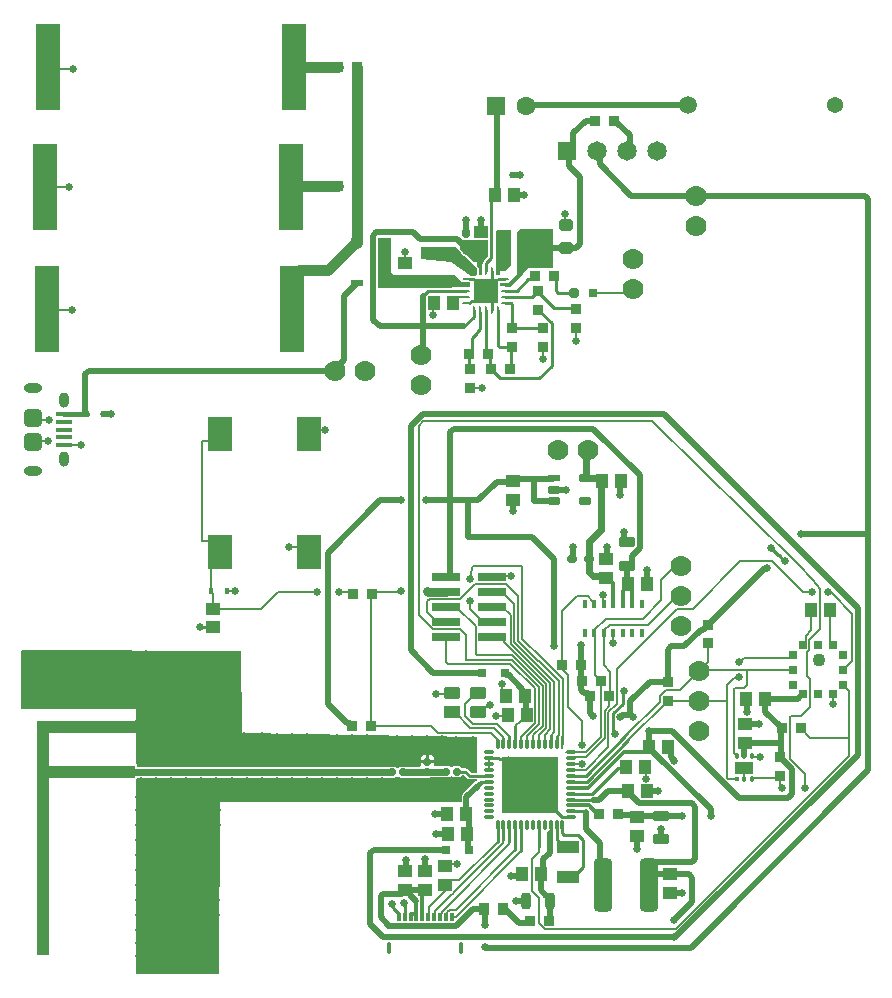
<source format=gtl>
G04*
G04 #@! TF.GenerationSoftware,Altium Limited,Altium Designer,23.1.1 (15)*
G04*
G04 Layer_Physical_Order=1*
G04 Layer_Color=255*
%FSLAX44Y44*%
%MOMM*%
G71*
G04*
G04 #@! TF.SameCoordinates,8BC828A1-C8E0-4588-AEB6-AA5E87443106*
G04*
G04*
G04 #@! TF.FilePolarity,Positive*
G04*
G01*
G75*
%ADD10C,0.1524*%
%ADD12C,0.2540*%
%ADD15C,0.2032*%
G04:AMPARAMS|DCode=28|XSize=0.76mm|YSize=2.4mm|CornerRadius=0.19mm|HoleSize=0mm|Usage=FLASHONLY|Rotation=270.000|XOffset=0mm|YOffset=0mm|HoleType=Round|Shape=RoundedRectangle|*
%AMROUNDEDRECTD28*
21,1,0.7600,2.0200,0,0,270.0*
21,1,0.3800,2.4000,0,0,270.0*
1,1,0.3800,-1.0100,-0.1900*
1,1,0.3800,-1.0100,0.1900*
1,1,0.3800,1.0100,0.1900*
1,1,0.3800,1.0100,-0.1900*
%
%ADD28ROUNDEDRECTD28*%
%ADD29R,2.4000X0.7600*%
%ADD30R,0.6500X0.7000*%
%ADD31R,1.4000X1.1000*%
G04:AMPARAMS|DCode=32|XSize=1.4mm|YSize=1.1mm|CornerRadius=0.275mm|HoleSize=0mm|Usage=FLASHONLY|Rotation=0.000|XOffset=0mm|YOffset=0mm|HoleType=Round|Shape=RoundedRectangle|*
%AMROUNDEDRECTD32*
21,1,1.4000,0.5500,0,0,0.0*
21,1,0.8500,1.1000,0,0,0.0*
1,1,0.5500,0.4250,-0.2750*
1,1,0.5500,-0.4250,-0.2750*
1,1,0.5500,-0.4250,0.2750*
1,1,0.5500,0.4250,0.2750*
%
%ADD32ROUNDEDRECTD32*%
%ADD33R,0.6000X0.2400*%
G04:AMPARAMS|DCode=34|XSize=0.24mm|YSize=0.6mm|CornerRadius=0.06mm|HoleSize=0mm|Usage=FLASHONLY|Rotation=90.000|XOffset=0mm|YOffset=0mm|HoleType=Round|Shape=RoundedRectangle|*
%AMROUNDEDRECTD34*
21,1,0.2400,0.4800,0,0,90.0*
21,1,0.1200,0.6000,0,0,90.0*
1,1,0.1200,0.2400,0.0600*
1,1,0.1200,0.2400,-0.0600*
1,1,0.1200,-0.2400,-0.0600*
1,1,0.1200,-0.2400,0.0600*
%
%ADD34ROUNDEDRECTD34*%
G04:AMPARAMS|DCode=35|XSize=0.24mm|YSize=0.6mm|CornerRadius=0.06mm|HoleSize=0mm|Usage=FLASHONLY|Rotation=0.000|XOffset=0mm|YOffset=0mm|HoleType=Round|Shape=RoundedRectangle|*
%AMROUNDEDRECTD35*
21,1,0.2400,0.4800,0,0,0.0*
21,1,0.1200,0.6000,0,0,0.0*
1,1,0.1200,0.0600,-0.2400*
1,1,0.1200,-0.0600,-0.2400*
1,1,0.1200,-0.0600,0.2400*
1,1,0.1200,0.0600,0.2400*
%
%ADD35ROUNDEDRECTD35*%
G04:AMPARAMS|DCode=36|XSize=3.2mm|YSize=1mm|CornerRadius=0.25mm|HoleSize=0mm|Usage=FLASHONLY|Rotation=90.000|XOffset=0mm|YOffset=0mm|HoleType=Round|Shape=RoundedRectangle|*
%AMROUNDEDRECTD36*
21,1,3.2000,0.5000,0,0,90.0*
21,1,2.7000,1.0000,0,0,90.0*
1,1,0.5000,0.2500,1.3500*
1,1,0.5000,0.2500,-1.3500*
1,1,0.5000,-0.2500,-1.3500*
1,1,0.5000,-0.2500,1.3500*
%
%ADD36ROUNDEDRECTD36*%
%ADD37R,1.2000X1.0000*%
G04:AMPARAMS|DCode=38|XSize=0.6mm|YSize=0.8mm|CornerRadius=0.15mm|HoleSize=0mm|Usage=FLASHONLY|Rotation=180.000|XOffset=0mm|YOffset=0mm|HoleType=Round|Shape=RoundedRectangle|*
%AMROUNDEDRECTD38*
21,1,0.6000,0.5000,0,0,180.0*
21,1,0.3000,0.8000,0,0,180.0*
1,1,0.3000,-0.1500,0.2500*
1,1,0.3000,0.1500,0.2500*
1,1,0.3000,0.1500,-0.2500*
1,1,0.3000,-0.1500,-0.2500*
%
%ADD38ROUNDEDRECTD38*%
%ADD39R,1.0000X1.2000*%
G04:AMPARAMS|DCode=40|XSize=2.7mm|YSize=1mm|CornerRadius=0.25mm|HoleSize=0mm|Usage=FLASHONLY|Rotation=180.000|XOffset=0mm|YOffset=0mm|HoleType=Round|Shape=RoundedRectangle|*
%AMROUNDEDRECTD40*
21,1,2.7000,0.5000,0,0,180.0*
21,1,2.2000,1.0000,0,0,180.0*
1,1,0.5000,-1.1000,0.2500*
1,1,0.5000,1.1000,0.2500*
1,1,0.5000,1.1000,-0.2500*
1,1,0.5000,-1.1000,-0.2500*
%
%ADD40ROUNDEDRECTD40*%
G04:AMPARAMS|DCode=41|XSize=0.9mm|YSize=0.9mm|CornerRadius=0.225mm|HoleSize=0mm|Usage=FLASHONLY|Rotation=0.000|XOffset=0mm|YOffset=0mm|HoleType=Round|Shape=RoundedRectangle|*
%AMROUNDEDRECTD41*
21,1,0.9000,0.4500,0,0,0.0*
21,1,0.4500,0.9000,0,0,0.0*
1,1,0.4500,0.2250,-0.2250*
1,1,0.4500,-0.2250,-0.2250*
1,1,0.4500,-0.2250,0.2250*
1,1,0.4500,0.2250,0.2250*
%
%ADD41ROUNDEDRECTD41*%
%ADD42R,0.4000X0.6000*%
%ADD43R,1.0500X0.5000*%
G04:AMPARAMS|DCode=44|XSize=0.9mm|YSize=0.9mm|CornerRadius=0.225mm|HoleSize=0mm|Usage=FLASHONLY|Rotation=270.000|XOffset=0mm|YOffset=0mm|HoleType=Round|Shape=RoundedRectangle|*
%AMROUNDEDRECTD44*
21,1,0.9000,0.4500,0,0,270.0*
21,1,0.4500,0.9000,0,0,270.0*
1,1,0.4500,-0.2250,-0.2250*
1,1,0.4500,-0.2250,0.2250*
1,1,0.4500,0.2250,0.2250*
1,1,0.4500,0.2250,-0.2250*
%
%ADD44ROUNDEDRECTD44*%
G04:AMPARAMS|DCode=45|XSize=1.2mm|YSize=1mm|CornerRadius=0.25mm|HoleSize=0mm|Usage=FLASHONLY|Rotation=180.000|XOffset=0mm|YOffset=0mm|HoleType=Round|Shape=RoundedRectangle|*
%AMROUNDEDRECTD45*
21,1,1.2000,0.5000,0,0,180.0*
21,1,0.7000,1.0000,0,0,180.0*
1,1,0.5000,-0.3500,0.2500*
1,1,0.5000,0.3500,0.2500*
1,1,0.5000,0.3500,-0.2500*
1,1,0.5000,-0.3500,-0.2500*
%
%ADD45ROUNDEDRECTD45*%
G04:AMPARAMS|DCode=46|XSize=0.3mm|YSize=0.7mm|CornerRadius=0.075mm|HoleSize=0mm|Usage=FLASHONLY|Rotation=0.000|XOffset=0mm|YOffset=0mm|HoleType=Round|Shape=RoundedRectangle|*
%AMROUNDEDRECTD46*
21,1,0.3000,0.5500,0,0,0.0*
21,1,0.1500,0.7000,0,0,0.0*
1,1,0.1500,0.0750,-0.2750*
1,1,0.1500,-0.0750,-0.2750*
1,1,0.1500,-0.0750,0.2750*
1,1,0.1500,0.0750,0.2750*
%
%ADD46ROUNDEDRECTD46*%
G04:AMPARAMS|DCode=47|XSize=0.3mm|YSize=1mm|CornerRadius=0.075mm|HoleSize=0mm|Usage=FLASHONLY|Rotation=0.000|XOffset=0mm|YOffset=0mm|HoleType=Round|Shape=RoundedRectangle|*
%AMROUNDEDRECTD47*
21,1,0.3000,0.8500,0,0,0.0*
21,1,0.1500,1.0000,0,0,0.0*
1,1,0.1500,0.0750,-0.4250*
1,1,0.1500,-0.0750,-0.4250*
1,1,0.1500,-0.0750,0.4250*
1,1,0.1500,0.0750,0.4250*
%
%ADD47ROUNDEDRECTD47*%
G04:AMPARAMS|DCode=48|XSize=0.6mm|YSize=1.1mm|CornerRadius=0.15mm|HoleSize=0mm|Usage=FLASHONLY|Rotation=90.000|XOffset=0mm|YOffset=0mm|HoleType=Round|Shape=RoundedRectangle|*
%AMROUNDEDRECTD48*
21,1,0.6000,0.8000,0,0,90.0*
21,1,0.3000,1.1000,0,0,90.0*
1,1,0.3000,0.4000,0.1500*
1,1,0.3000,0.4000,-0.1500*
1,1,0.3000,-0.4000,-0.1500*
1,1,0.3000,-0.4000,0.1500*
%
%ADD48ROUNDEDRECTD48*%
%ADD49R,1.1000X0.6000*%
G04:AMPARAMS|DCode=50|XSize=1.4mm|YSize=0.8mm|CornerRadius=0.2mm|HoleSize=0mm|Usage=FLASHONLY|Rotation=270.000|XOffset=0mm|YOffset=0mm|HoleType=Round|Shape=RoundedRectangle|*
%AMROUNDEDRECTD50*
21,1,1.4000,0.4000,0,0,270.0*
21,1,1.0000,0.8000,0,0,270.0*
1,1,0.4000,-0.2000,-0.5000*
1,1,0.4000,-0.2000,0.5000*
1,1,0.4000,0.2000,0.5000*
1,1,0.4000,0.2000,-0.5000*
%
%ADD50ROUNDEDRECTD50*%
G04:AMPARAMS|DCode=51|XSize=0.35mm|YSize=0.75mm|CornerRadius=0.0875mm|HoleSize=0mm|Usage=FLASHONLY|Rotation=180.000|XOffset=0mm|YOffset=0mm|HoleType=Round|Shape=RoundedRectangle|*
%AMROUNDEDRECTD51*
21,1,0.3500,0.5750,0,0,180.0*
21,1,0.1750,0.7500,0,0,180.0*
1,1,0.1750,-0.0875,0.2875*
1,1,0.1750,0.0875,0.2875*
1,1,0.1750,0.0875,-0.2875*
1,1,0.1750,-0.0875,-0.2875*
%
%ADD51ROUNDEDRECTD51*%
%ADD52R,0.3500X0.7500*%
G04:AMPARAMS|DCode=53|XSize=1.4mm|YSize=0.8mm|CornerRadius=0.2mm|HoleSize=0mm|Usage=FLASHONLY|Rotation=180.000|XOffset=0mm|YOffset=0mm|HoleType=Round|Shape=RoundedRectangle|*
%AMROUNDEDRECTD53*
21,1,1.4000,0.4000,0,0,180.0*
21,1,1.0000,0.8000,0,0,180.0*
1,1,0.4000,-0.5000,0.2000*
1,1,0.4000,0.5000,0.2000*
1,1,0.4000,0.5000,-0.2000*
1,1,0.4000,-0.5000,-0.2000*
%
%ADD53ROUNDEDRECTD53*%
G04:AMPARAMS|DCode=54|XSize=0.8mm|YSize=0.8mm|CornerRadius=0.2mm|HoleSize=0mm|Usage=FLASHONLY|Rotation=270.000|XOffset=0mm|YOffset=0mm|HoleType=Round|Shape=RoundedRectangle|*
%AMROUNDEDRECTD54*
21,1,0.8000,0.4000,0,0,270.0*
21,1,0.4000,0.8000,0,0,270.0*
1,1,0.4000,-0.2000,-0.2000*
1,1,0.4000,-0.2000,0.2000*
1,1,0.4000,0.2000,0.2000*
1,1,0.4000,0.2000,-0.2000*
%
%ADD54ROUNDEDRECTD54*%
%ADD55R,0.8000X0.8000*%
%ADD56R,2.0000X3.0000*%
G04:AMPARAMS|DCode=57|XSize=0.3mm|YSize=0.45mm|CornerRadius=0.075mm|HoleSize=0mm|Usage=FLASHONLY|Rotation=180.000|XOffset=0mm|YOffset=0mm|HoleType=Round|Shape=RoundedRectangle|*
%AMROUNDEDRECTD57*
21,1,0.3000,0.3000,0,0,180.0*
21,1,0.1500,0.4500,0,0,180.0*
1,1,0.1500,-0.0750,0.1500*
1,1,0.1500,0.0750,0.1500*
1,1,0.1500,0.0750,-0.1500*
1,1,0.1500,-0.0750,-0.1500*
%
%ADD57ROUNDEDRECTD57*%
%ADD58R,0.3000X0.4500*%
G04:AMPARAMS|DCode=59|XSize=0.26mm|YSize=0.86mm|CornerRadius=0.065mm|HoleSize=0mm|Usage=FLASHONLY|Rotation=270.000|XOffset=0mm|YOffset=0mm|HoleType=Round|Shape=RoundedRectangle|*
%AMROUNDEDRECTD59*
21,1,0.2600,0.7300,0,0,270.0*
21,1,0.1300,0.8600,0,0,270.0*
1,1,0.1300,-0.3650,-0.0650*
1,1,0.1300,-0.3650,0.0650*
1,1,0.1300,0.3650,0.0650*
1,1,0.1300,0.3650,-0.0650*
%
%ADD59ROUNDEDRECTD59*%
G04:AMPARAMS|DCode=60|XSize=0.26mm|YSize=0.86mm|CornerRadius=0.065mm|HoleSize=0mm|Usage=FLASHONLY|Rotation=0.000|XOffset=0mm|YOffset=0mm|HoleType=Round|Shape=RoundedRectangle|*
%AMROUNDEDRECTD60*
21,1,0.2600,0.7300,0,0,0.0*
21,1,0.1300,0.8600,0,0,0.0*
1,1,0.1300,0.0650,-0.3650*
1,1,0.1300,-0.0650,-0.3650*
1,1,0.1300,-0.0650,0.3650*
1,1,0.1300,0.0650,0.3650*
%
%ADD60ROUNDEDRECTD60*%
%ADD61R,0.2600X0.8600*%
G04:AMPARAMS|DCode=62|XSize=4.5mm|YSize=1.6mm|CornerRadius=0.4mm|HoleSize=0mm|Usage=FLASHONLY|Rotation=90.000|XOffset=0mm|YOffset=0mm|HoleType=Round|Shape=RoundedRectangle|*
%AMROUNDEDRECTD62*
21,1,4.5000,0.8000,0,0,90.0*
21,1,3.7000,1.6000,0,0,90.0*
1,1,0.8000,0.4000,1.8500*
1,1,0.8000,0.4000,-1.8500*
1,1,0.8000,-0.4000,-1.8500*
1,1,0.8000,-0.4000,1.8500*
%
%ADD62ROUNDEDRECTD62*%
G04:AMPARAMS|DCode=63|XSize=1.5mm|YSize=1.55mm|CornerRadius=0.375mm|HoleSize=0mm|Usage=FLASHONLY|Rotation=270.000|XOffset=0mm|YOffset=0mm|HoleType=Round|Shape=RoundedRectangle|*
%AMROUNDEDRECTD63*
21,1,1.5000,0.8000,0,0,270.0*
21,1,0.7500,1.5500,0,0,270.0*
1,1,0.7500,-0.4000,-0.3750*
1,1,0.7500,-0.4000,0.3750*
1,1,0.7500,0.4000,0.3750*
1,1,0.7500,0.4000,-0.3750*
%
%ADD63ROUNDEDRECTD63*%
G04:AMPARAMS|DCode=64|XSize=0.4mm|YSize=1.35mm|CornerRadius=0.1mm|HoleSize=0mm|Usage=FLASHONLY|Rotation=270.000|XOffset=0mm|YOffset=0mm|HoleType=Round|Shape=RoundedRectangle|*
%AMROUNDEDRECTD64*
21,1,0.4000,1.1500,0,0,270.0*
21,1,0.2000,1.3500,0,0,270.0*
1,1,0.2000,-0.5750,-0.1000*
1,1,0.2000,-0.5750,0.1000*
1,1,0.2000,0.5750,0.1000*
1,1,0.2000,0.5750,-0.1000*
%
%ADD64ROUNDEDRECTD64*%
%ADD65R,1.9000X1.1000*%
%ADD66R,0.9500X1.0000*%
%ADD67R,0.7000X0.6500*%
%ADD68R,0.7000X0.6500*%
%ADD69R,2.0000X7.4000*%
G04:AMPARAMS|DCode=70|XSize=0.62mm|YSize=0.66mm|CornerRadius=0.155mm|HoleSize=0mm|Usage=FLASHONLY|Rotation=180.000|XOffset=0mm|YOffset=0mm|HoleType=Round|Shape=RoundedRectangle|*
%AMROUNDEDRECTD70*
21,1,0.6200,0.3500,0,0,180.0*
21,1,0.3100,0.6600,0,0,180.0*
1,1,0.3100,-0.1550,0.1750*
1,1,0.3100,0.1550,0.1750*
1,1,0.3100,0.1550,-0.1750*
1,1,0.3100,-0.1550,-0.1750*
%
%ADD70ROUNDEDRECTD70*%
G04:AMPARAMS|DCode=71|XSize=0.62mm|YSize=0.66mm|CornerRadius=0.155mm|HoleSize=0mm|Usage=FLASHONLY|Rotation=270.000|XOffset=0mm|YOffset=0mm|HoleType=Round|Shape=RoundedRectangle|*
%AMROUNDEDRECTD71*
21,1,0.6200,0.3500,0,0,270.0*
21,1,0.3100,0.6600,0,0,270.0*
1,1,0.3100,-0.1750,-0.1550*
1,1,0.3100,-0.1750,0.1550*
1,1,0.3100,0.1750,0.1550*
1,1,0.3100,0.1750,-0.1550*
%
%ADD71ROUNDEDRECTD71*%
G04:AMPARAMS|DCode=72|XSize=0.6mm|YSize=0.8mm|CornerRadius=0.15mm|HoleSize=0mm|Usage=FLASHONLY|Rotation=270.000|XOffset=0mm|YOffset=0mm|HoleType=Round|Shape=RoundedRectangle|*
%AMROUNDEDRECTD72*
21,1,0.6000,0.5000,0,0,270.0*
21,1,0.3000,0.8000,0,0,270.0*
1,1,0.3000,-0.2500,-0.1500*
1,1,0.3000,-0.2500,0.1500*
1,1,0.3000,0.2500,0.1500*
1,1,0.3000,0.2500,-0.1500*
%
%ADD72ROUNDEDRECTD72*%
%ADD131C,1.1000*%
%ADD132C,0.1524*%
%ADD133R,2.0500X2.0500*%
%ADD134R,1.6000X1.0000*%
%ADD135R,4.7000X4.7000*%
%ADD136R,8.3390X1.0160*%
%ADD137R,8.3388X1.0160*%
%ADD138R,0.9906X19.8628*%
%ADD139C,0.5080*%
%ADD140C,0.3000*%
%ADD141C,1.0160*%
%ADD142C,0.2600*%
%ADD143C,0.2400*%
%ADD144C,0.6000*%
%ADD145C,0.9000*%
%ADD146C,0.3500*%
%ADD147C,0.7600*%
%ADD148C,0.4000*%
%ADD149C,0.6200*%
%ADD150C,1.6500*%
%ADD151R,1.6500X1.6500*%
%ADD152C,1.3650*%
%ADD153C,1.5000*%
%ADD154C,1.7780*%
%ADD155R,1.6000X1.6000*%
%ADD156C,1.6000*%
%ADD157O,1.5500X0.8128*%
%ADD158O,0.8128X1.3000*%
%ADD159C,0.6350*%
%ADD160C,0.5000*%
G36*
X381696Y170032D02*
X381696Y170032D01*
X382620Y169415D01*
X383710Y169198D01*
X389890D01*
Y167619D01*
X388812Y167404D01*
X387468Y166506D01*
X378102Y157140D01*
X377204Y155796D01*
X376889Y154210D01*
Y149860D01*
X172708Y149860D01*
X171325Y4144D01*
X101092D01*
Y169140D01*
X102484D01*
Y170546D01*
X316456D01*
X316608Y170576D01*
X317828D01*
X317980Y170546D01*
X318180D01*
X318332Y170576D01*
X319930D01*
X321129Y170814D01*
X322146Y171494D01*
X323014D01*
X324031Y170814D01*
X325230Y170576D01*
X326995D01*
X327148Y170545D01*
X327412D01*
X328256Y170378D01*
X347640D01*
X348496Y170548D01*
X349530D01*
X350383Y170718D01*
X363364D01*
X365168Y171076D01*
X365179Y171084D01*
X365650D01*
X366849Y171322D01*
X367866Y172002D01*
X368734D01*
X369751Y171322D01*
X370950Y171084D01*
X374450D01*
X375649Y171322D01*
X376666Y172002D01*
X377199Y172799D01*
X378929D01*
X381696Y170032D01*
D02*
G37*
G36*
X394788Y166127D02*
X394460Y165790D01*
X393665Y164842D01*
X393462Y164548D01*
X393291Y164264D01*
X393150Y163991D01*
X393041Y163729D01*
X392962Y163478D01*
X392915Y163237D01*
X390060Y166093D01*
X390300Y166140D01*
X390551Y166219D01*
X390813Y166328D01*
X391086Y166469D01*
X391370Y166640D01*
X391664Y166843D01*
X392285Y167342D01*
X392612Y167638D01*
X392949Y167966D01*
X394788Y166127D01*
D02*
G37*
G36*
X340425Y64477D02*
X340375Y64275D01*
X340330Y63979D01*
X340259Y63102D01*
X340187Y60209D01*
X340184Y59249D01*
X337184D01*
X337181Y60209D01*
X336944Y64477D01*
X336887Y64584D01*
X340482D01*
X340425Y64477D01*
D02*
G37*
G36*
X404190Y114184D02*
X404537Y114532D01*
X405994Y116169D01*
X406012Y116229D01*
X407313Y114929D01*
X407253Y114910D01*
X407160Y114856D01*
X407035Y114764D01*
X406690Y114473D01*
X405616Y113453D01*
X405268Y113106D01*
X404190Y114184D01*
D02*
G37*
G36*
X411550Y115534D02*
X411548Y115748D01*
X411506Y116302D01*
X411481Y116457D01*
X411451Y116597D01*
X411414Y116723D01*
X411373Y116834D01*
X411326Y116930D01*
X411273Y117011D01*
X413352D01*
X413299Y116930D01*
X413252Y116834D01*
X413210Y116723D01*
X413174Y116597D01*
X413144Y116457D01*
X413119Y116302D01*
X413086Y115948D01*
X413074Y115534D01*
X411550D01*
D02*
G37*
G36*
X416550Y114296D02*
X416548Y114480D01*
X416506Y114965D01*
X416481Y115103D01*
X416451Y115229D01*
X416414Y115344D01*
X416373Y115447D01*
X416326Y115539D01*
X416273Y115619D01*
X418352D01*
X418299Y115539D01*
X418252Y115447D01*
X418211Y115344D01*
X418175Y115229D01*
X418144Y115103D01*
X418119Y114965D01*
X418086Y114654D01*
X418077Y114480D01*
X418074Y114296D01*
X416550D01*
D02*
G37*
G36*
X441550Y108459D02*
X441549Y108951D01*
X441423Y111138D01*
X441393Y111194D01*
X443232D01*
X443202Y111138D01*
X443176Y111034D01*
X443152Y110881D01*
X443114Y110431D01*
X443076Y108951D01*
X443074Y108459D01*
X441550D01*
D02*
G37*
G36*
X399385Y611862D02*
X395546Y608023D01*
X394944Y607122D01*
X394733Y606059D01*
Y605807D01*
X394208Y605282D01*
Y595884D01*
X392394D01*
X392175Y595997D01*
X391394Y596912D01*
Y599253D01*
X391376Y599297D01*
X391382Y599313D01*
Y601072D01*
X391367Y601109D01*
X391372Y601123D01*
Y602147D01*
X390889Y603314D01*
X390144Y604059D01*
Y606806D01*
X387397D01*
X380780Y613423D01*
X380037Y613731D01*
X379822Y613875D01*
X378964Y614045D01*
X378509Y614349D01*
X378205Y614804D01*
X378035Y615662D01*
X377891Y615877D01*
X377583Y616620D01*
X375920Y618283D01*
Y625602D01*
X399385D01*
Y611862D01*
D02*
G37*
G36*
X376417Y615453D02*
Y615340D01*
X376651Y614160D01*
X377320Y613160D01*
X378320Y612491D01*
X379500Y612257D01*
X379613D01*
X389723Y602147D01*
Y601123D01*
X389733Y601072D01*
Y599313D01*
X389744Y599253D01*
Y596912D01*
X389747Y596900D01*
X388847Y595630D01*
X384810D01*
X367792Y607060D01*
X342900Y609600D01*
Y619760D01*
X372110D01*
X376417Y615453D01*
D02*
G37*
G36*
X317500Y598170D02*
X319532Y596138D01*
X371466D01*
X372364Y595240D01*
Y594868D01*
X376486Y590746D01*
Y590089D01*
X377144D01*
X377190Y590042D01*
X382775D01*
X382810Y590035D01*
X384048D01*
Y586102D01*
X383410Y585578D01*
X381069D01*
X381010Y585590D01*
X348603D01*
X347541Y585378D01*
X347297Y585216D01*
X319532D01*
X305930D01*
Y626422D01*
X306070Y627634D01*
X317500D01*
Y598170D01*
D02*
G37*
G36*
X189929Y277523D02*
X191095Y208751D01*
X389890Y205408D01*
Y174895D01*
X384890D01*
X382123Y177662D01*
X381199Y178280D01*
X380109Y178497D01*
X380108Y178497D01*
X377350D01*
X377346Y178517D01*
X376666Y179534D01*
X375649Y180214D01*
X374450Y180452D01*
X370950D01*
X369751Y180214D01*
X368734Y179534D01*
X367866D01*
X366849Y180214D01*
X365650Y180452D01*
X363852D01*
X363700Y180483D01*
X363548Y180452D01*
X362150D01*
X360951Y180214D01*
X360850Y180147D01*
X354300D01*
X353488Y181417D01*
X353700Y182482D01*
Y182962D01*
X347980D01*
X342260D01*
Y182482D01*
X342539Y181077D01*
X341991Y179806D01*
X329422D01*
X328730Y179944D01*
X328240D01*
X328088Y179974D01*
X327148D01*
X326996Y179944D01*
X325230D01*
X324031Y179706D01*
X323014Y179026D01*
X322146D01*
X321129Y179706D01*
X319930Y179944D01*
X318332D01*
X318180Y179974D01*
X317980D01*
X317828Y179944D01*
X316608D01*
X316456Y179974D01*
X102484D01*
Y182348D01*
X101092D01*
Y228854D01*
X4144D01*
Y277830D01*
X5045Y278725D01*
X189929Y277523D01*
D02*
G37*
G36*
X520956Y204158D02*
X520609Y203810D01*
X519152Y202173D01*
X519134Y202113D01*
X517833Y203414D01*
X517893Y203432D01*
X517986Y203486D01*
X518111Y203578D01*
X518456Y203869D01*
X519530Y204889D01*
X519878Y205236D01*
X520956Y204158D01*
D02*
G37*
G36*
X518702Y207744D02*
X518355Y207395D01*
X516898Y205759D01*
X516880Y205699D01*
X515579Y206999D01*
X515639Y207018D01*
X515732Y207073D01*
X515857Y207164D01*
X516202Y207455D01*
X517276Y208475D01*
X517624Y208822D01*
X518702Y207744D01*
D02*
G37*
G36*
X419023Y604266D02*
X414705Y599948D01*
X409625D01*
Y596138D01*
X406225D01*
X405923Y633590D01*
X406817Y634492D01*
X419023D01*
X419023Y604266D01*
D02*
G37*
G36*
X454660Y602488D02*
X434086D01*
X418084Y586486D01*
X409448D01*
Y589534D01*
X416306D01*
X416920Y590148D01*
X417239Y590212D01*
X417941Y590681D01*
X418411Y591384D01*
X418474Y591702D01*
X423672Y596900D01*
X423672Y632714D01*
X425958Y635000D01*
X454660D01*
Y602488D01*
D02*
G37*
%LPC*%
G36*
X349530Y190152D02*
X349250D01*
Y185502D01*
X353700D01*
Y185982D01*
X353383Y187578D01*
X352479Y188931D01*
X351126Y189835D01*
X349530Y190152D01*
D02*
G37*
G36*
X346710D02*
X346430D01*
X344834Y189835D01*
X343481Y188931D01*
X342577Y187578D01*
X342260Y185982D01*
Y185502D01*
X346710D01*
Y190152D01*
D02*
G37*
%LPD*%
D10*
X704655Y188922D02*
G03*
X704658Y188925I-1075J1080D01*
G01*
X551560Y196850D02*
X555798Y192612D01*
X487806Y580898D02*
X513887D01*
X517203Y584213D01*
X521601D01*
X445476Y525057D02*
Y534179D01*
X446199Y534902D01*
X669662Y256258D02*
X671830Y254091D01*
X664464Y223012D02*
X671830Y230378D01*
Y254091D01*
X669662Y256258D02*
Y277202D01*
X461900Y266192D02*
Y311278D01*
X474726Y324104D01*
X464820Y639421D02*
Y647700D01*
Y639421D02*
X465591Y638650D01*
X383921Y500254D02*
X383983Y500317D01*
X394399D02*
X394462Y500380D01*
X383983Y500317D02*
X394399D01*
X436425Y74322D02*
Y101907D01*
X442313Y107795D02*
Y112113D01*
X436425Y101907D02*
X442313Y107795D01*
X366696Y83868D02*
X374952D01*
X407313Y116229D01*
X372096Y58660D02*
X422503Y109067D01*
X363684Y52874D02*
Y54874D01*
X364898Y56088D01*
Y56882D02*
X366677Y58660D01*
X372096D01*
X364898Y56088D02*
Y56882D01*
X371898Y52874D02*
X427313Y108288D01*
X368684Y52874D02*
X371898D01*
X447313Y198896D02*
Y207029D01*
X448610Y212637D02*
Y249721D01*
X447313Y207029D02*
X451658Y211374D01*
Y250984D01*
X442313Y206339D02*
X448610Y212637D01*
X442313Y198896D02*
Y206339D01*
X538253Y472186D02*
X661813Y351272D01*
X344279Y472186D02*
X538253D01*
X340614Y468521D02*
X344279Y472186D01*
X340614Y308134D02*
Y468521D01*
X373934Y577812D02*
X381010D01*
X369696Y573574D02*
X373934Y577812D01*
X369696Y572770D02*
Y573574D01*
X352658Y562610D02*
Y571732D01*
X353696Y572770D01*
X397510Y589313D02*
X399522D01*
X404010Y582812D02*
Y589313D01*
X397510Y588788D02*
X399259Y583378D01*
X400365Y579957D01*
X388735Y589313D02*
X397510D01*
Y576312D02*
X401544D01*
X403491Y341179D02*
X419919D01*
X411688Y223012D02*
Y225044D01*
X416048Y187688D02*
X428356Y177068D01*
X533780Y159305D02*
X534081Y159004D01*
X558328Y42675D02*
X558328D01*
X557683Y42030D02*
X558328Y42675D01*
X447300Y42030D02*
X557683D01*
X442016Y47314D02*
X447300Y42030D01*
X704658Y188925D02*
X705104Y189371D01*
X704655Y188922D02*
X704658Y188925D01*
X704608Y188875D02*
X704655Y188922D01*
X558328Y42675D02*
X558328Y42675D01*
X704608Y188875D01*
X705104Y189371D02*
Y204470D01*
X427600Y87630D02*
X427711Y87740D01*
X688120Y326619D02*
X690397D01*
X707644Y269728D02*
Y309372D01*
X687197Y327543D02*
X688120Y326619D01*
X690397D02*
X707644Y309372D01*
X699803Y261888D02*
X707644Y269728D01*
X655320Y222119D02*
X656213Y223012D01*
X655320Y186275D02*
Y222119D01*
X656213Y223012D02*
X664464D01*
X669662Y277202D02*
X671405Y278945D01*
Y286713D01*
X680720Y296027D01*
X414874Y334114D02*
X424942Y324045D01*
X388046Y334114D02*
X414874D01*
X375874Y321941D02*
X388046Y334114D01*
X349881Y321941D02*
X375874D01*
X340614Y308134D02*
X352734Y296014D01*
X375874D01*
X380238Y291649D01*
X661851Y351233D02*
X674005Y337685D01*
X661813Y351272D02*
X661851Y351233D01*
X380238Y270231D02*
Y291649D01*
X403040Y315327D02*
X411240D01*
X418592Y307976D01*
X419919Y341179D02*
X420370Y341630D01*
X364040Y268674D02*
Y289928D01*
X458978Y206957D02*
Y252605D01*
X442013Y269570D02*
X458978Y252605D01*
X424942Y286387D02*
Y324045D01*
Y286387D02*
X441759Y269570D01*
X442013D01*
X385510Y311957D02*
X394840Y302628D01*
X403040D01*
X364040Y315327D02*
X372240D01*
X388754Y298813D01*
X403040Y289928D02*
X410624D01*
X413158Y287394D01*
Y285173D02*
Y287394D01*
X403040Y328027D02*
X411113D01*
X421640Y317500D01*
X403040Y340728D02*
X403491Y341179D01*
X355840Y302628D02*
X364040D01*
X347980Y310487D02*
X355840Y302628D01*
X347980Y310487D02*
Y320040D01*
X349881Y321941D01*
X452313Y206124D02*
X455168Y208979D01*
Y251784D01*
X421640Y285312D02*
X455168Y251784D01*
X421640Y285312D02*
Y317500D01*
X413158Y285173D02*
X448610Y249721D01*
X437313Y198896D02*
Y206338D01*
X445562Y214587D01*
Y248459D01*
X419447Y274574D02*
X445562Y248459D01*
X389647Y274574D02*
X419447D01*
X388754Y275467D02*
X389647Y274574D01*
X388754Y275467D02*
Y298813D01*
X384302Y313165D02*
Y320548D01*
Y313165D02*
X385510Y311957D01*
Y311957D02*
Y311957D01*
X457313Y205292D02*
X458978Y206957D01*
X364040Y268674D02*
X365531Y267183D01*
X418217D01*
X439212Y246188D01*
Y216858D02*
Y246188D01*
X427313Y204958D02*
X439212Y216858D01*
X427313Y198896D02*
Y204958D01*
X447313Y198896D02*
X447313Y198896D01*
X418592Y284050D02*
X451658Y250984D01*
X418592Y284050D02*
Y307976D01*
X384300Y338398D02*
X385334Y348032D01*
X385804Y348502D01*
X546100Y338155D02*
X557957Y350012D01*
X546100Y320714D02*
Y338155D01*
X442514Y215849D02*
Y247196D01*
X432313Y205648D02*
X442514Y215849D01*
X419479Y270231D02*
X442514Y247196D01*
X445860Y270673D02*
X462513Y254020D01*
Y205780D02*
Y254020D01*
X386261Y216027D02*
X407281D01*
X381190Y221098D02*
X386261Y216027D01*
X381190Y221098D02*
Y221457D01*
X379730Y222917D02*
X381190Y221457D01*
X379730Y232688D02*
X388976Y241934D01*
X379730Y222917D02*
Y232688D01*
X383947Y212979D02*
X404241D01*
X350595Y214630D02*
X356878Y208348D01*
X401793D01*
X404241Y212979D02*
X412282Y204937D01*
X401793Y208348D02*
X407313Y202828D01*
X370992Y225934D02*
X383947Y212979D01*
X390476Y241934D02*
X391976D01*
X407281Y216027D02*
X417313Y205996D01*
X368096Y241554D02*
X368476Y241934D01*
X355600Y241554D02*
X368096D01*
X412282Y204177D02*
Y204937D01*
X388976Y241934D02*
X390476D01*
X369492Y225934D02*
X370992D01*
X368476D02*
X369492D01*
X398583Y230979D02*
X399957D01*
X397049Y229445D02*
X398583Y230979D01*
X393987Y229445D02*
X397049D01*
X390476Y225934D02*
X393987Y229445D01*
X359898Y56882D02*
X417313Y114296D01*
Y116399D01*
X359898Y56088D02*
Y56882D01*
X358684Y54874D02*
X359898Y56088D01*
X358684Y52874D02*
Y54874D01*
X469628Y187046D02*
X472163D01*
X473084Y187968D02*
X482108D01*
X472163Y187046D02*
X473084Y187968D01*
X481855Y177046D02*
X501015Y196206D01*
X469162Y177046D02*
X481855D01*
X478306Y182277D02*
X478536Y182507D01*
X482108Y187968D02*
X497967Y203827D01*
X469162Y182046D02*
X469393Y182277D01*
X478306D01*
X517834Y202114D02*
X551560Y235840D01*
X549859Y245054D02*
X555689D01*
X555745Y245110D01*
X561734D02*
X577481Y260858D01*
X544774Y239969D02*
X549859Y245054D01*
X555745Y245110D02*
X561734D01*
X544774Y234894D02*
Y239969D01*
X515580Y205700D02*
X544774Y234894D01*
X508508Y262890D02*
X559054Y313436D01*
X508508Y233275D02*
Y235847D01*
X508562Y235901D02*
Y244159D01*
X508508Y235847D02*
X508562Y235901D01*
X508508Y244213D02*
Y262890D01*
X501015Y225782D02*
X508508Y233275D01*
Y244213D02*
X508562Y244159D01*
X497412Y265604D02*
Y293319D01*
X502739Y240993D02*
Y260277D01*
X497412Y265604D02*
X502739Y260277D01*
X501015Y196206D02*
Y225782D01*
X494664Y234147D02*
X494919Y233892D01*
X497967Y203827D02*
Y227045D01*
X481875Y192046D02*
X494919Y205090D01*
Y233892D01*
X497967Y227045D02*
X501776Y230854D01*
X559054Y313436D02*
X572770D01*
X613029Y353695D02*
X639757D01*
X572770Y313436D02*
X613029Y353695D01*
X639757D02*
X665791Y327660D01*
X673354D01*
X501776Y230854D02*
Y240030D01*
X502739Y240993D01*
X465304Y192046D02*
X481875D01*
X461900Y266192D02*
X462839Y265253D01*
X585470Y268846D02*
Y284240D01*
X578511Y261888D02*
X585470Y268846D01*
X612140Y268365D02*
X612393D01*
X616128Y272100D01*
X578511Y261888D02*
X618364D01*
X616128Y272100D02*
X655065D01*
X601980Y248920D02*
X607841Y254781D01*
X601980Y235458D02*
Y248920D01*
X655065Y272100D02*
X657553Y274588D01*
X611258Y254781D02*
X611887Y255411D01*
X607841Y254781D02*
X611258D01*
X577481Y260858D02*
X578511Y261888D01*
X497412Y293319D02*
Y295319D01*
X328930Y608170D02*
Y615950D01*
X399522Y589313D02*
X402510Y592300D01*
X380238Y270231D02*
X419479D01*
X311100Y589788D02*
Y624840D01*
X393438Y632840D02*
X393693D01*
X393700Y632848D01*
X431292Y739140D02*
X431832Y739680D01*
X414010Y592812D02*
X415290D01*
X401544Y576312D02*
Y576312D01*
X400365Y579957D02*
X401544Y576312D01*
X404010Y589313D02*
X407510Y592812D01*
X397510Y582812D02*
Y588788D01*
X311100Y589788D02*
X328548D01*
X329310Y590550D01*
X356870D01*
X369405Y72344D02*
X370744Y73683D01*
X354041Y53231D02*
Y57263D01*
X369122Y72344D02*
X369405D01*
X370744Y73966D02*
X412313Y115534D01*
X354041Y57263D02*
X369122Y72344D01*
X353684Y52874D02*
X354041Y53231D01*
X412313Y115534D02*
Y117792D01*
X370744Y73683D02*
Y73966D01*
X411226Y243722D02*
X414910Y240037D01*
X411226Y243722D02*
Y249642D01*
X399957Y230979D02*
X401066Y229870D01*
X406400Y223012D02*
X411688D01*
Y225044D02*
X415926Y223805D01*
X473583Y551181D02*
X473710Y551308D01*
X473583Y540639D02*
Y551181D01*
X473456Y540512D02*
X473583Y540639D01*
X348684Y52874D02*
Y53128D01*
Y54906D01*
X348982Y55204D01*
Y60692D01*
X362898Y74608D01*
Y79444D01*
X362711Y79630D02*
X362898Y79444D01*
X557957Y350012D02*
X562356D01*
X530186Y304800D02*
X546100Y320714D01*
X498894Y304800D02*
X530186D01*
X489413Y295319D02*
X498894Y304800D01*
X489413Y293319D02*
Y295319D01*
X534797Y300101D02*
X559308Y324612D01*
X562356D01*
X502195Y300101D02*
X534797D01*
X497412Y295319D02*
X502195Y300101D01*
X385804Y348502D02*
X386806Y349504D01*
X364618Y97790D02*
X373380D01*
X362458Y95630D02*
X364618Y97790D01*
X362458Y79630D02*
X366696Y83868D01*
X511302Y420756D02*
X512190Y421644D01*
X345694Y91988D02*
X345862Y91820D01*
X494664Y234147D02*
Y252730D01*
X489498Y257134D02*
X493902Y252730D01*
X494664D01*
X489498Y257134D02*
Y293233D01*
X489413Y293319D02*
X489498Y293233D01*
X302870Y327753D02*
X324578D01*
X325501Y328676D01*
X431137Y66548D02*
X431667Y66017D01*
X646430Y165136D02*
X648335Y163231D01*
X646430Y165136D02*
Y172340D01*
X648335Y161925D02*
Y163231D01*
X667512Y161544D02*
Y174083D01*
X655320Y186275D02*
X667512Y174083D01*
X618364Y248616D02*
Y261888D01*
X657553D01*
X532510Y179347D02*
X532638Y179219D01*
Y169418D02*
Y179219D01*
X301370Y326253D02*
X302870Y327753D01*
X300100Y324982D02*
X301370Y326253D01*
X300100Y214630D02*
X350595D01*
X207028Y313710D02*
X221486Y328168D01*
X254254D01*
X427990Y288305D02*
Y348611D01*
X427097Y349504D02*
X427990Y348611D01*
X386806Y349504D02*
X427097D01*
X674041Y337645D02*
X680720Y330200D01*
Y296027D02*
Y330200D01*
X691134Y232664D02*
Y241032D01*
X691024Y241142D02*
X691134Y241032D01*
X432313Y198896D02*
Y205648D01*
X499118Y355980D02*
X500134D01*
X500380Y356227D01*
X514350Y372101D02*
X516747Y369704D01*
X431926Y222805D02*
Y223805D01*
X427688Y218567D02*
X431926Y222805D01*
X426942Y218567D02*
X427688D01*
X430910Y240037D02*
X432180Y238768D01*
X422313Y213937D02*
X426942Y218567D01*
X663862Y212725D02*
X672117Y204470D01*
X705104D02*
Y243887D01*
X672117Y204470D02*
X705104D01*
X442016Y47314D02*
Y68730D01*
X438251Y168531D02*
X438312Y168478D01*
X435092Y171256D02*
X438251Y168531D01*
X400462Y182046D02*
Y187046D01*
Y177046D02*
Y182046D01*
X489413Y317319D02*
Y319257D01*
X488433Y320237D02*
X489413Y319257D01*
X487616Y320237D02*
X488433D01*
X483749Y324104D02*
X487616Y320237D01*
X474726Y324104D02*
X483749D01*
X462839Y262077D02*
Y265253D01*
X478536Y198420D02*
Y218694D01*
X467078Y230152D02*
X478536Y218694D01*
X467078Y230152D02*
Y257838D01*
X462839Y262077D02*
X467078Y257838D01*
X178123Y328676D02*
X184912D01*
X177950Y328502D02*
X178123Y328676D01*
X505436Y284504D02*
X505460Y284480D01*
X505413Y293319D02*
X505436Y293295D01*
Y284504D02*
Y293295D01*
X157253Y370878D02*
Y455638D01*
Y370878D02*
X163255D01*
X157253Y455638D02*
X166586D01*
X164950Y327502D02*
Y354002D01*
Y327502D02*
X166370Y326082D01*
Y313710D02*
Y326082D01*
X164950Y354002D02*
X172493Y361545D01*
X163255Y370878D02*
X172493Y361640D01*
Y361545D02*
Y361640D01*
X166586Y455638D02*
X172493Y461545D01*
X275590Y327660D02*
X283962D01*
X285370Y326253D01*
X250767Y464820D02*
X261620D01*
X247493Y461545D02*
X250767Y464820D01*
X231140Y365760D02*
X243277D01*
X247493Y361545D01*
X300100Y214630D02*
Y324982D01*
X166370Y313710D02*
X207028D01*
X496991Y317740D02*
Y324699D01*
X577481Y235458D02*
X601980D01*
X551751Y235649D02*
X577290D01*
X577481Y235458D01*
X496991Y317740D02*
X497412Y317319D01*
X496570Y325120D02*
X496991Y324699D01*
X445622Y270673D02*
X445860D01*
X427990Y288305D02*
X445622Y270673D01*
X551560Y235840D02*
X551751Y235649D01*
X525057Y121540D02*
X525780Y120817D01*
X470520Y355600D02*
X471209Y356289D01*
X644698Y170608D02*
X646430Y172340D01*
X602873Y169120D02*
X609704D01*
X601980Y170013D02*
X602873Y169120D01*
X601980Y170013D02*
Y235458D01*
X699803Y249188D02*
X705104Y243887D01*
X699554Y249188D02*
X699803D01*
X436425Y74322D02*
X442016Y68730D01*
X699554Y261888D02*
X699803D01*
X629590Y188290D02*
X629920Y187960D01*
X622704Y188620D02*
X623034Y188290D01*
X629590D01*
X623442Y170608D02*
X644698D01*
X622704Y169120D02*
Y169870D01*
X623442Y170608D01*
X616204Y169120D02*
Y178870D01*
X607164Y191160D02*
Y245487D01*
Y191160D02*
X609704Y188620D01*
X616128Y246380D02*
X618364Y248616D01*
X608057Y246380D02*
X616128D01*
X607164Y245487D02*
X608057Y246380D01*
X617094Y215883D02*
X617111Y215900D01*
X618110Y237490D02*
X618490Y237110D01*
X668357Y285630D02*
Y290818D01*
X665870Y283142D02*
X668357Y285630D01*
X665620Y283142D02*
X665870D01*
X668357Y290818D02*
X672720Y295180D01*
Y312550D01*
X688720Y285446D02*
Y312550D01*
Y285446D02*
X691024Y283142D01*
X434813Y164546D02*
Y170612D01*
X428356Y177068D02*
X434813Y170612D01*
X412282Y198926D02*
X412313Y198896D01*
X546100Y118222D02*
X546100Y118222D01*
X59266Y213594D02*
X62079Y216408D01*
X25680Y567690D02*
X26950Y566420D01*
X46990D01*
X24270Y670560D02*
X44450D01*
X28080Y770890D02*
X48260D01*
X232270Y670560D02*
X233540Y671830D01*
X26810Y772160D02*
X28080Y770890D01*
X13640Y455120D02*
X14450Y455930D01*
X26670D01*
X13640Y475120D02*
X15050Y473710D01*
X27940D01*
X40640Y452120D02*
X54610D01*
D12*
X318483Y60075D02*
Y63025D01*
X323684Y52874D02*
Y54874D01*
X317754Y63754D02*
X318483Y63025D01*
Y60075D02*
X323684Y54874D01*
X505333Y225071D02*
X513294Y233032D01*
Y243111D01*
X506984Y207772D02*
Y208803D01*
X505333Y210454D02*
X506984Y208803D01*
X505333Y210454D02*
Y225071D01*
X513294Y243111D02*
X514023Y243840D01*
X328684Y52874D02*
Y63746D01*
X328168Y64262D02*
X328684Y63746D01*
X328977Y91325D02*
X329739D01*
X330200Y91786D01*
X364610Y139700D02*
X364872Y139438D01*
X365126Y123190D02*
X365380Y122936D01*
X380109Y175648D02*
X383710Y172046D01*
X400462D01*
X372820Y175648D02*
X380109D01*
X363732Y175600D02*
X363900Y175768D01*
D15*
X455563Y143296D02*
X456063D01*
D28*
X403040Y289928D02*
D03*
X364040D02*
D03*
X403040Y302628D02*
D03*
X364040D02*
D03*
X403040Y315327D02*
D03*
X364040D02*
D03*
X403040Y328027D02*
D03*
X364040D02*
D03*
X403040Y340728D02*
D03*
D29*
X364040D02*
D03*
D30*
X394020Y258857D02*
D03*
X414020D02*
D03*
X363380Y109220D02*
D03*
X383380D02*
D03*
D31*
X368476Y225934D02*
D03*
D32*
X390476D02*
D03*
Y241934D02*
D03*
X368476D02*
D03*
D33*
X381010Y592812D02*
D03*
D34*
Y587812D02*
D03*
Y582812D02*
D03*
Y577812D02*
D03*
Y572812D02*
D03*
X414010D02*
D03*
Y577812D02*
D03*
Y582812D02*
D03*
Y587812D02*
D03*
Y592812D02*
D03*
D35*
X387510Y566312D02*
D03*
X392510D02*
D03*
X397510D02*
D03*
X402510D02*
D03*
X407510D02*
D03*
Y599313D02*
D03*
X402510D02*
D03*
X397510D02*
D03*
X392510D02*
D03*
X387510D02*
D03*
D36*
X435223Y618490D02*
D03*
X413223D02*
D03*
D37*
X393438Y632840D02*
D03*
Y616840D02*
D03*
X328930Y606170D02*
D03*
Y590170D02*
D03*
X362458Y95630D02*
D03*
Y79630D02*
D03*
X345862Y91820D02*
D03*
Y75820D02*
D03*
X328977Y91325D02*
D03*
Y75325D02*
D03*
X499118Y355980D02*
D03*
Y339980D02*
D03*
X420370Y406020D02*
D03*
Y422020D02*
D03*
X166370Y297710D02*
D03*
Y313710D02*
D03*
X553236Y88781D02*
D03*
Y72782D02*
D03*
X617094Y199883D02*
D03*
Y215883D02*
D03*
X525057Y137540D02*
D03*
Y121540D02*
D03*
D38*
X381000Y617840D02*
D03*
Y631840D02*
D03*
D39*
X353696Y572770D02*
D03*
X369696D02*
D03*
X421004Y664210D02*
D03*
X405004D02*
D03*
X512190Y421644D02*
D03*
X496190D02*
D03*
X414910Y240037D02*
D03*
X430910D02*
D03*
X415926Y223805D02*
D03*
X431926D02*
D03*
X365380Y122936D02*
D03*
X381380D02*
D03*
X533780Y334264D02*
D03*
X517780D02*
D03*
X688720Y312550D02*
D03*
X672720D02*
D03*
X634110Y237490D02*
D03*
X618110D02*
D03*
X380872Y139438D02*
D03*
X364872D02*
D03*
X443711Y88740D02*
D03*
X427711D02*
D03*
X517780Y159305D02*
D03*
X533780D02*
D03*
X516510Y179347D02*
D03*
X532510D02*
D03*
X535560Y196850D02*
D03*
X551560D02*
D03*
D40*
X356870Y614550D02*
D03*
Y590550D02*
D03*
D41*
X419862Y535537D02*
D03*
Y551538D02*
D03*
X383921Y516254D02*
D03*
Y500254D02*
D03*
X446199Y550901D02*
D03*
Y534902D02*
D03*
X441960Y566802D02*
D03*
Y582802D02*
D03*
X473710Y567308D02*
D03*
Y551308D02*
D03*
X585470Y300240D02*
D03*
Y284240D02*
D03*
X646430Y172340D02*
D03*
Y188340D02*
D03*
X551560Y235840D02*
D03*
Y251840D02*
D03*
D42*
X419758Y680466D02*
D03*
X406758D02*
D03*
X177950Y328502D02*
D03*
X164950D02*
D03*
X73048Y478536D02*
D03*
X60048D02*
D03*
D43*
X311100Y624840D02*
D03*
X288340D02*
D03*
X311100Y589788D02*
D03*
X288340D02*
D03*
D44*
X401981Y516382D02*
D03*
X417980D02*
D03*
X506220Y726808D02*
D03*
X490220D02*
D03*
X399160Y529590D02*
D03*
X383160D02*
D03*
X451230Y49269D02*
D03*
X435230D02*
D03*
X477900Y266192D02*
D03*
X461900D02*
D03*
X485776Y240030D02*
D03*
X501776D02*
D03*
X478664Y252730D02*
D03*
X494664D02*
D03*
X455040Y595019D02*
D03*
X439040D02*
D03*
X272670Y671830D02*
D03*
X288670D02*
D03*
X285370Y326253D02*
D03*
X301370D02*
D03*
X509055Y139700D02*
D03*
X493055D02*
D03*
X663862Y212725D02*
D03*
X647862D02*
D03*
X288162Y772160D02*
D03*
X272162D02*
D03*
X300100Y214630D02*
D03*
X284100D02*
D03*
D45*
X465591Y618650D02*
D03*
Y638650D02*
D03*
D46*
X323684Y52874D02*
D03*
X328684D02*
D03*
X333684D02*
D03*
X338684D02*
D03*
X343684D02*
D03*
X348684D02*
D03*
X353684D02*
D03*
X368684D02*
D03*
X358684D02*
D03*
X363684D02*
D03*
D47*
X376584Y26374D02*
D03*
X315784D02*
D03*
D48*
X480970Y423947D02*
D03*
Y404947D02*
D03*
X454970D02*
D03*
Y414447D02*
D03*
D49*
Y423947D02*
D03*
D50*
X431667Y66017D02*
D03*
X451667D02*
D03*
D51*
X529413Y317319D02*
D03*
X521413D02*
D03*
X513413D02*
D03*
X505413D02*
D03*
X497412D02*
D03*
X489413D02*
D03*
X481413D02*
D03*
X529413Y293319D02*
D03*
X521413D02*
D03*
X513413D02*
D03*
X505413D02*
D03*
X497412D02*
D03*
X489413D02*
D03*
D52*
X481413D02*
D03*
D53*
X516747Y369704D02*
D03*
Y349704D02*
D03*
X546100Y138222D02*
D03*
Y118222D02*
D03*
D54*
X471806Y580898D02*
D03*
D55*
X487806D02*
D03*
D56*
X172493Y461545D02*
D03*
Y361545D02*
D03*
X247493D02*
D03*
Y461545D02*
D03*
D57*
X622704Y188620D02*
D03*
X616204D02*
D03*
X609704D02*
D03*
X622704Y169120D02*
D03*
X616204D02*
D03*
D58*
X609704D02*
D03*
D59*
X469162Y192046D02*
D03*
Y187046D02*
D03*
Y182046D02*
D03*
Y177046D02*
D03*
Y172046D02*
D03*
Y167046D02*
D03*
Y162046D02*
D03*
Y157046D02*
D03*
Y152046D02*
D03*
Y147046D02*
D03*
Y142046D02*
D03*
Y137046D02*
D03*
X400462D02*
D03*
Y142046D02*
D03*
Y147046D02*
D03*
Y152046D02*
D03*
Y157046D02*
D03*
Y162046D02*
D03*
Y167046D02*
D03*
Y172046D02*
D03*
Y177046D02*
D03*
Y182046D02*
D03*
Y187046D02*
D03*
Y192046D02*
D03*
D60*
X462313Y130196D02*
D03*
X457313D02*
D03*
X452313D02*
D03*
X447313D02*
D03*
X442313D02*
D03*
X437313D02*
D03*
X432313D02*
D03*
X427313D02*
D03*
X422313D02*
D03*
X417313D02*
D03*
X412313D02*
D03*
X407313D02*
D03*
Y198896D02*
D03*
X412313D02*
D03*
X417313D02*
D03*
X422313D02*
D03*
X427313D02*
D03*
X432313D02*
D03*
X437313D02*
D03*
X442313D02*
D03*
X447313D02*
D03*
X452313D02*
D03*
X457313D02*
D03*
D61*
X462313D02*
D03*
D62*
X496623Y79873D02*
D03*
X535623D02*
D03*
D63*
X13640Y455120D02*
D03*
Y475120D02*
D03*
D64*
X40640Y452120D02*
D03*
Y458620D02*
D03*
Y465120D02*
D03*
Y471620D02*
D03*
Y478120D02*
D03*
D65*
X467360Y111560D02*
D03*
Y86560D02*
D03*
D66*
X411575Y59690D02*
D03*
X395575D02*
D03*
D67*
X699554Y261888D02*
D03*
Y274588D02*
D03*
Y249188D02*
D03*
X657553Y261888D02*
D03*
Y274588D02*
D03*
Y249185D02*
D03*
D68*
X691024Y283142D02*
D03*
X665620D02*
D03*
X678319D02*
D03*
X691024Y241142D02*
D03*
X665620D02*
D03*
X678319D02*
D03*
D69*
X233680Y567690D02*
D03*
X25680D02*
D03*
X232270Y670560D02*
D03*
X24270D02*
D03*
X234810Y772160D02*
D03*
X26810D02*
D03*
D70*
X347980Y184232D02*
D03*
Y175432D02*
D03*
D71*
X363900Y175768D02*
D03*
X372700D02*
D03*
X318180Y175260D02*
D03*
X326980D02*
D03*
D72*
X484520Y355600D02*
D03*
X470520D02*
D03*
D131*
X679227Y270016D02*
D03*
D132*
X704655Y188922D02*
D03*
D133*
X397510Y582812D02*
D03*
D134*
X616204Y178870D02*
D03*
D135*
X434813Y164546D02*
D03*
D136*
X59266Y213594D02*
D03*
D137*
Y175744D02*
D03*
D138*
X22565Y119365D02*
D03*
D139*
X382270Y405258D02*
X391032D01*
X367294D02*
X382270D01*
Y374650D02*
Y405258D01*
X585597Y300112D02*
X595860Y310376D01*
X647146Y213315D02*
X647209Y213378D01*
X647146Y201185D02*
Y213315D01*
X546100Y138222D02*
X563880D01*
X326477Y71824D02*
X329977Y75325D01*
X382270Y374650D02*
X436880D01*
X370270Y466090D02*
X488220D01*
X367294Y463114D02*
X370270Y466090D01*
X367294Y405258D02*
Y463114D01*
X347091Y405258D02*
X367294D01*
X406750Y420976D02*
X419326D01*
X391032Y405258D02*
X406750Y420976D01*
X419326D02*
X420370Y422020D01*
Y396240D02*
Y406020D01*
X438150Y423290D02*
Y423487D01*
Y405130D02*
Y423290D01*
X421640D02*
X438150D01*
X441126Y404947D02*
X454970D01*
X438150Y405130D02*
X440023D01*
X367294Y341987D02*
Y405258D01*
X482600Y127000D02*
X494030Y115570D01*
X482600Y127000D02*
Y141482D01*
X554020Y187971D02*
Y194390D01*
X556879Y184769D02*
Y185112D01*
X551560Y196850D02*
X554020Y194390D01*
Y187971D02*
X556879Y185112D01*
X508180Y724848D02*
X508683D01*
X519075Y703477D02*
Y714456D01*
X506220Y726808D02*
X508180Y724848D01*
X508683D02*
X519075Y714456D01*
X721087Y376931D02*
Y660111D01*
X718112Y663087D02*
X721087Y660111D01*
X575181Y663087D02*
X718112D01*
X520700Y662940D02*
X575033D01*
X575181Y663087D01*
X493675Y689965D02*
X520700Y662940D01*
X493675Y689965D02*
Y699107D01*
X491490Y701292D02*
X493675Y699107D01*
X519684Y235204D02*
X536320Y251840D01*
X519684Y224282D02*
Y235204D01*
X536320Y251840D02*
X551560D01*
X634110Y237490D02*
X661718D01*
X665369Y241142D01*
X665620D01*
X647209Y213378D02*
X647862Y212725D01*
X634110Y226477D02*
X647209Y213378D01*
X634110Y226477D02*
Y237490D01*
X307594Y405384D02*
X325374D01*
X263398Y361188D02*
X307594Y405384D01*
X366034Y340728D02*
X367294Y341987D01*
X364040Y340728D02*
X366034D01*
X436880Y374650D02*
X455423Y356107D01*
Y281940D02*
Y356107D01*
X466165Y619225D02*
X474151D01*
X465591Y618650D02*
X466165Y619225D01*
X467599Y688398D02*
Y702801D01*
Y688398D02*
X477127Y678869D01*
Y622201D02*
Y678869D01*
X474151Y619225D02*
X477127Y622201D01*
X435383Y618650D02*
X465591D01*
X381032Y139438D02*
Y154210D01*
X390398Y163576D01*
X395168Y59283D02*
X395575Y59690D01*
X386181Y59283D02*
X395168D01*
X314699Y45212D02*
X372110D01*
X386181Y59283D01*
X329980Y75566D02*
X345608D01*
X333756Y468488D02*
X343804Y478536D01*
X547878D02*
X712470Y313944D01*
X343804Y478536D02*
X547878D01*
X533717Y334327D02*
X533780Y334264D01*
X533717Y334327D02*
Y346139D01*
X533654Y346202D02*
X533717Y346139D01*
X517263Y334781D02*
X517780Y334264D01*
X517263Y334781D02*
Y349188D01*
X464558Y414447D02*
X465152Y413852D01*
X465496D01*
X454970Y414447D02*
X464558D01*
X534081Y159004D02*
X543560D01*
X557022Y50292D02*
X572008Y65278D01*
Y85806D01*
X299466Y46990D02*
X310388Y36068D01*
X556514D01*
X712470Y189992D02*
Y313944D01*
X559634Y37156D02*
X706654Y184096D01*
X709930Y187372D01*
X712470Y189992D01*
X558537Y36774D02*
X559634Y37156D01*
X556514Y36068D02*
X558537Y36774D01*
X418338Y87630D02*
X427600D01*
X467599Y702801D02*
X471170Y706372D01*
X516890Y701292D02*
X519075Y703477D01*
X471170Y706372D02*
Y716130D01*
X481848Y726808D02*
X490220D01*
X471170Y716130D02*
X481848Y726808D01*
X431832Y739680D02*
X567629D01*
X568168Y740219D01*
X405892Y739140D02*
X406758Y738274D01*
Y665964D02*
Y738274D01*
X405004Y664210D02*
X406758Y665964D01*
X421004Y664210D02*
X429768D01*
X58420Y512012D02*
X61396Y514987D01*
X269748D01*
X58420Y478536D02*
Y512012D01*
X269748Y514987D02*
Y516803D01*
X277258Y524313D01*
Y578706D01*
X342138Y528320D02*
X344403Y530585D01*
Y552797D01*
X307429D02*
X344403D01*
X277258Y578706D02*
X288340Y589788D01*
X344403Y552797D02*
Y578612D01*
X488220Y466090D02*
X527811Y426499D01*
Y365192D02*
Y426499D01*
X521207Y358588D02*
X527811Y365192D01*
X521207Y351164D02*
Y358588D01*
X425184Y47901D02*
X433862D01*
X435230Y49269D01*
X413646Y59440D02*
X425184Y47901D01*
X411825Y59440D02*
X413646D01*
X411575Y59690D02*
X411825Y59440D01*
X451230Y49269D02*
X451357Y49142D01*
X451449Y65799D02*
X451667Y66017D01*
X451449Y49234D02*
Y65799D01*
X451357Y49142D02*
X451449Y49234D01*
X414375Y258252D02*
X416118D01*
X428450Y242498D02*
X430910Y240037D01*
X416118Y258252D02*
X428450Y245920D01*
Y242498D02*
Y245920D01*
X414730Y257897D02*
X414980D01*
X414020Y258607D02*
X414730Y257897D01*
X414020Y258607D02*
Y258857D01*
X353020Y259310D02*
X393567D01*
X394020Y258857D01*
X333756Y278574D02*
Y468488D01*
Y278574D02*
X353020Y259310D01*
X520102Y223520D02*
X521626Y221996D01*
X512916Y223520D02*
X520102D01*
X511302Y222250D02*
X511646D01*
X512916Y223520D01*
X521626Y221996D02*
X521970D01*
X486030Y225515D02*
Y238070D01*
X488443Y222758D02*
Y223102D01*
X486030Y225515D02*
X488443Y223102D01*
X595860Y310376D02*
X633476Y347991D01*
X595860Y310376D02*
X595860D01*
X635519Y347991D02*
X635762Y348234D01*
X633476Y347991D02*
X635519D01*
X579342Y295852D02*
X581082D01*
X554536Y282003D02*
X565494D01*
X581082Y295852D02*
X585470Y300240D01*
X565494Y282003D02*
X579342Y295852D01*
X551560Y279028D02*
X554536Y282003D01*
X571826Y98932D02*
X574802Y101908D01*
X535560Y195850D02*
X587767Y143643D01*
X571826Y148826D02*
X574802Y145851D01*
X527258Y148826D02*
X571826D01*
X540971Y98932D02*
X571826D01*
X574802Y101908D02*
Y145851D01*
X587767Y138673D02*
Y143643D01*
X381000Y631840D02*
Y642620D01*
X419885Y680593D02*
X426593D01*
X393700Y632848D02*
Y642620D01*
X381460Y617340D02*
X392938D01*
X301786Y558440D02*
X307429Y552797D01*
X301786Y558440D02*
Y629400D01*
X304762Y632376D01*
X336113D01*
X341617Y626872D01*
X372968D01*
X380540Y619300D01*
Y618300D02*
Y619300D01*
Y618300D02*
X381000Y617840D01*
Y617800D02*
Y617840D01*
Y617800D02*
X381460Y617340D01*
X392938D02*
X393438Y616840D01*
X344403Y552797D02*
X379290D01*
X308356Y52571D02*
X314699Y46228D01*
X308356Y52571D02*
Y70067D01*
X310113Y71824D01*
X326477D01*
X299466Y46990D02*
Y106752D01*
X302442Y109728D02*
X362872D01*
X299466Y106752D02*
X302442Y109728D01*
X396737Y26681D02*
X571003D01*
X721087Y176765D02*
Y376931D01*
X571003Y26681D02*
X721087Y176765D01*
X396494Y26924D02*
X396737Y26681D01*
X477900Y266192D02*
X478282Y265810D01*
X477710Y266382D02*
X477900Y266192D01*
X345608Y75566D02*
X345862Y75820D01*
X343684Y73643D02*
X345608Y75566D01*
X333477Y71586D02*
X338684Y66379D01*
X333477Y71586D02*
Y71824D01*
X329977Y75325D02*
X333477Y71824D01*
X551560Y252513D02*
Y279028D01*
X511302Y410210D02*
Y420756D01*
X345694Y91988D02*
Y101346D01*
X330200Y91786D02*
Y100584D01*
X382670Y109930D02*
X383380Y109220D01*
X382670Y109930D02*
Y119726D01*
X383130Y120186D01*
X381380Y121936D02*
Y122936D01*
X362872Y109728D02*
X363380Y109220D01*
X477755Y245185D02*
Y251821D01*
X478664Y252730D01*
X483816Y241990D02*
X485776Y240030D01*
X480950Y241990D02*
X483816D01*
X477755Y245185D02*
X480950Y241990D01*
X478282Y253112D02*
X478664Y252730D01*
X478282Y253112D02*
Y265810D01*
X380872Y139438D02*
X382872Y137438D01*
X664210Y377190D02*
X692691D01*
X692950Y376931D01*
X721087D01*
X263398Y233172D02*
Y361188D01*
X396494Y45725D02*
Y58771D01*
X395575Y59690D02*
X396494Y58771D01*
X422656Y66548D02*
X431137D01*
X553744Y88781D02*
X569032D01*
X572008Y85806D01*
X553607Y73152D02*
X563753D01*
X611498Y153670D02*
X653614D01*
X656590Y156646D01*
Y178180D01*
X646430Y188340D02*
X656590Y178180D01*
X555110Y210058D02*
X611498Y153670D01*
X535560Y196850D02*
X535617Y196908D01*
Y209736D01*
X535675Y209793D01*
X541147Y210058D02*
X555110D01*
X540882Y209793D02*
X541147Y210058D01*
X535675Y209793D02*
X540882D01*
X535560Y195850D02*
Y196850D01*
X263398Y233172D02*
X279980Y216590D01*
X451949Y107201D02*
Y124030D01*
X451949Y124030D01*
X494030Y82466D02*
X496623Y79873D01*
X494030Y82466D02*
Y115570D01*
X535623Y79873D02*
Y86947D01*
Y93583D01*
X537867Y86947D02*
X539701Y88781D01*
X553236D01*
X535623Y93583D02*
X540971Y98932D01*
X517780Y158305D02*
X527258Y148826D01*
X500380Y356227D02*
Y365760D01*
X519747Y349704D02*
X521207Y351164D01*
X516747Y349704D02*
X519747D01*
X514350Y372101D02*
Y378460D01*
X354330Y139700D02*
X364610D01*
X382872Y124428D02*
Y137438D01*
X381380Y122936D02*
X382872Y124428D01*
X355600Y123190D02*
X365126D01*
X438150Y423487D02*
X454510D01*
X454970Y423947D01*
X431418Y224313D02*
Y238006D01*
Y224313D02*
X431926Y223805D01*
X431418Y238006D02*
X432180Y238768D01*
X448354Y70477D02*
X450207D01*
X451667Y69018D01*
Y66017D02*
Y69018D01*
X443711Y75120D02*
X448354Y70477D01*
X443711Y75120D02*
Y88740D01*
X587767Y138673D02*
X588010Y138430D01*
X485776Y238324D02*
X486030Y238070D01*
X485776Y238324D02*
Y240030D01*
X477710Y282294D02*
X478282Y282866D01*
Y283210D01*
X477710Y266382D02*
Y282294D01*
X525780Y110490D02*
Y120817D01*
X471209Y356289D02*
Y365721D01*
X73048Y478536D02*
X80264D01*
X647146Y189056D02*
Y201185D01*
X645843Y199883D02*
X647146Y201185D01*
X617094Y199883D02*
X645843D01*
X616204Y198993D02*
X617094Y199883D01*
X616204Y188620D02*
Y198993D01*
X617111Y215900D02*
X628650D01*
X646430Y188340D02*
X647146Y189056D01*
X618490Y226060D02*
Y237110D01*
X446171Y101423D02*
X451949Y107201D01*
X488213Y151682D02*
X493365D01*
X500988Y159305D02*
X517780D01*
X493365Y151682D02*
X500988Y159305D01*
X546100Y118222D02*
Y127000D01*
X525740Y138222D02*
X546100D01*
X525057Y137540D02*
X525740Y138222D01*
X509055Y139700D02*
X510135Y138620D01*
X523978D01*
X525057Y137540D01*
X446171Y91200D02*
Y101423D01*
X443711Y88740D02*
X446171Y91200D01*
X282140Y216590D02*
X284100Y214630D01*
X279980Y216590D02*
X282140D01*
D140*
X333684Y54906D02*
X338684D01*
X484981Y147046D02*
X492691Y139336D01*
X471963Y147046D02*
X484981D01*
X338684Y54906D02*
Y66379D01*
X343684Y52874D02*
Y73643D01*
X553236Y72782D02*
X553607Y73152D01*
X469162Y162046D02*
X483932D01*
X514236Y192350D01*
X492691Y139336D02*
X493055Y139700D01*
X493055D01*
X532060Y192350D02*
X535560Y195850D01*
X514236Y192350D02*
X532060D01*
D141*
X102552Y213594D02*
X106889Y217932D01*
X108712D01*
X62079Y213594D02*
X102552D01*
D142*
X482036Y142046D02*
X482600Y141482D01*
X469162Y142046D02*
X482036D01*
X390398Y163576D02*
X393868Y167046D01*
X400462D01*
X407313Y116229D02*
Y130196D01*
X427313Y108288D02*
Y130196D01*
X422313Y109067D02*
Y130196D01*
X456063Y143296D02*
X462038Y137320D01*
X434813Y164546D02*
X456063Y143296D01*
X414024Y185335D02*
X427755Y171604D01*
X427447Y171296D02*
X427755Y171604D01*
X462038Y137320D02*
X464402D01*
X464675Y137046D01*
X469162D02*
X469162Y137046D01*
X464675Y137046D02*
X469162D01*
X469162Y172046D02*
X481926D01*
X469162Y172046D02*
X469162Y172046D01*
X481926D02*
X515580Y205700D01*
X482766Y167046D02*
X517834Y202114D01*
X469162Y167046D02*
X482766D01*
X417313Y116399D02*
Y130196D01*
X462313Y198896D02*
Y205579D01*
X451949Y124030D02*
X452313Y124394D01*
X427447Y171296D02*
X428275Y170468D01*
X427447Y171296D02*
X427447D01*
X422313Y198896D02*
Y213937D01*
X407313Y198896D02*
Y202828D01*
X412282Y198926D02*
Y204177D01*
X452313Y130196D02*
X452313Y130196D01*
X457313Y121644D02*
X457313Y121644D01*
X452313Y124394D02*
Y130196D01*
X457313Y121644D02*
Y130196D01*
X457313Y130196D02*
X457313Y130196D01*
X457313Y117614D02*
Y121644D01*
X459160Y115760D02*
Y115767D01*
X457313Y117614D02*
X459160Y115767D01*
Y115760D02*
X463360Y111560D01*
X462313Y123951D02*
Y130196D01*
X463835Y122428D02*
X475486D01*
X480060Y117854D01*
X462313Y123951D02*
X463835Y122428D01*
X469162Y157046D02*
X487246D01*
X509133Y178933D01*
X469162Y152046D02*
X488213D01*
X417313Y198896D02*
Y205996D01*
X457313Y198896D02*
X457313Y198896D01*
X452313Y198896D02*
Y206124D01*
X457313Y198896D02*
Y205292D01*
X428275Y170468D02*
X428891D01*
X434813Y164546D01*
X400462Y187046D02*
X408662D01*
X408962Y186746D01*
X412612D01*
X413984Y185374D01*
Y185296D02*
Y185374D01*
X516096Y178933D02*
X516510Y179347D01*
X509133Y178933D02*
X516096D01*
X412313Y117792D02*
Y130196D01*
X480060Y95260D02*
Y117854D01*
X471360Y86560D02*
X480060Y95260D01*
X467360Y86560D02*
X471360D01*
X463360Y111560D02*
X467360D01*
X442313Y112113D02*
Y130196D01*
D143*
X457073Y582304D02*
X458479Y580898D01*
X471806D01*
X457073Y582304D02*
Y592985D01*
X419862Y551538D02*
X445563D01*
X446199Y550901D01*
X441960Y566802D02*
X453423Y555339D01*
X442722Y508762D02*
X453423Y519463D01*
Y555339D01*
X455040Y595019D02*
X457073Y592985D01*
X356870Y590550D02*
X373970D01*
X376707Y587812D02*
X381010D01*
X373970Y590550D02*
X376707Y587812D01*
X402163Y610712D02*
Y661369D01*
X405004Y664210D01*
X397510Y599313D02*
Y606059D01*
X402163Y610712D01*
X383540Y516634D02*
X383921Y516254D01*
X383540Y516634D02*
Y526670D01*
X383159Y527051D02*
X383540Y526670D01*
X383159Y529589D02*
X383160Y529590D01*
X383159Y527051D02*
Y529589D01*
X383160Y529590D01*
X383159Y527051D02*
Y529589D01*
X400570Y517792D02*
X401981Y516382D01*
X400570Y517792D02*
Y526497D01*
X401265Y527192D01*
X401854Y516255D02*
X401981Y516382D01*
X409347Y508762D02*
X442722D01*
X401854Y516255D02*
X409347Y508762D01*
X419100Y517501D02*
Y534776D01*
X417980Y516382D02*
X419100Y517501D01*
Y534776D02*
X419862Y535537D01*
X408916D02*
X419862D01*
X407510Y536943D02*
Y566312D01*
Y536943D02*
X408916Y535537D01*
X419862Y551538D02*
Y571407D01*
X418456Y572812D02*
X419862Y571407D01*
X414010Y572812D02*
X418456D01*
X646576Y357870D02*
X650568Y353220D01*
X650603Y353179D01*
X638575Y364975D02*
X643366Y361077D01*
X638422Y365099D02*
X638575Y364975D01*
X344403Y578612D02*
X348603Y582812D01*
X645296Y359150D02*
X646576Y357870D01*
X643366Y361077D02*
X645167Y359276D01*
X645296Y359150D01*
X435223Y618490D02*
X435383Y618650D01*
X402510Y566312D02*
Y577812D01*
X383159Y527051D02*
X384429Y528321D01*
X383159Y529589D02*
X383160Y529590D01*
X383159Y527051D02*
Y529589D01*
X414010Y582812D02*
X423786D01*
X436577Y592556D02*
X439040Y595019D01*
X433530Y592556D02*
X436577D01*
X423786Y582812D02*
X433530Y592556D01*
X387237Y560985D02*
X387510Y561258D01*
X379290Y552797D02*
X387237Y560745D01*
X397510Y531240D02*
Y566312D01*
X385672Y532102D02*
Y542770D01*
X348603Y582812D02*
X381010D01*
X414010Y577812D02*
X436402D01*
X441392Y582802D01*
X441960D01*
X385266Y574266D02*
X395463D01*
X358568Y612853D02*
X375770D01*
X387510Y601113D01*
Y599313D02*
Y601113D01*
X416998Y587812D02*
X428287Y599102D01*
Y600554D02*
X435223Y607490D01*
X428287Y599102D02*
Y600554D01*
X385672Y542770D02*
X390014Y547112D01*
Y547874D01*
X392501Y550361D01*
Y564152D01*
X392510Y564161D01*
Y564512D01*
X392510Y599313D02*
Y601113D01*
X392500Y601123D02*
X392510Y601113D01*
X392500Y601123D02*
Y615901D01*
X393438Y616840D01*
X387510Y561258D02*
Y566312D01*
X387510Y566312D01*
X397510Y582812D02*
X400365Y579957D01*
X382810Y592812D02*
X386956D01*
X387906Y591862D01*
X388460D01*
X388735Y591587D01*
Y589313D02*
Y591587D01*
X400365Y579957D02*
X402510Y577812D01*
Y592300D02*
Y599313D01*
X419758Y680466D02*
X419885Y680593D01*
X395463Y574266D02*
X397510Y576312D01*
X382810Y572812D02*
X383813D01*
X385266Y574266D01*
X356870Y614550D02*
X358568Y612853D01*
X414010Y587812D02*
X416998D01*
X407510Y599313D02*
X407510Y599313D01*
Y603359D01*
X408643Y604492D01*
X409522D01*
X413223Y608194D01*
Y618490D01*
X407510Y592812D02*
X414010D01*
X383160Y529590D02*
X385672Y532102D01*
X397510Y531240D02*
X399160Y529590D01*
X387510Y599313D02*
X387510Y599313D01*
X387510Y597513D02*
Y599313D01*
Y597513D02*
X387510Y597513D01*
Y599313D01*
X435223Y607490D02*
Y618490D01*
X426593Y680593D02*
X426720Y680720D01*
X455332Y568160D02*
X472858D01*
X473710Y567308D01*
X441325Y582167D02*
X455332Y568160D01*
X155194Y297942D02*
X166138D01*
X166370Y297710D01*
D144*
X488035Y340913D02*
X498184D01*
X484520Y344428D02*
X488035Y340913D01*
X484520Y344428D02*
Y355600D01*
X498184Y340913D02*
X499118Y339980D01*
X482420Y423947D02*
Y446860D01*
X483870Y448310D01*
X494920Y420882D02*
X495682Y421644D01*
X494920Y380620D02*
Y420882D01*
X485140Y370840D02*
X494920Y380620D01*
X485140Y355600D02*
Y370840D01*
X484520Y355600D02*
X485140D01*
X496190Y421644D02*
Y421947D01*
X494190Y423947D02*
X496190Y421947D01*
X482420Y423947D02*
X494190D01*
X480970D02*
X482420D01*
D145*
X234810Y772160D02*
X272162D01*
X288162Y750168D02*
X288670Y749660D01*
X288162Y750168D02*
Y772160D01*
X288670Y671830D02*
Y749660D01*
X288340Y623590D02*
Y624840D01*
Y671500D01*
X288670Y671830D01*
X263690Y600190D02*
X286340Y622840D01*
X233680Y594690D02*
X239180Y600190D01*
X263690D01*
X286340Y622840D02*
X287590D01*
X288340Y623590D01*
X233680Y567690D02*
Y594690D01*
X233540Y671830D02*
X272670D01*
D146*
X517780Y333764D02*
Y334264D01*
Y333264D02*
Y333764D01*
X521413Y330131D01*
X513413Y317319D02*
Y328897D01*
X517780Y333264D01*
X499118Y339980D02*
X499371D01*
X500134D01*
X501133D01*
X505413Y335701D01*
Y317319D02*
Y335701D01*
X521413Y317319D02*
Y330131D01*
D147*
X348629Y328027D02*
X364040D01*
X347726Y328930D02*
X348629Y328027D01*
X364040D02*
X364040Y328027D01*
D148*
X60048Y478120D02*
Y478536D01*
X40640Y478120D02*
X60048D01*
D149*
X59750Y175260D02*
X316456D01*
X59266Y175744D02*
X59750Y175260D01*
X317980D02*
X318180D01*
X347980Y175432D02*
X363364D01*
X363700Y175768D01*
X327148Y175260D02*
X328088D01*
X328256Y175092D01*
X347640D01*
D150*
X542290Y701292D02*
D03*
X516890D02*
D03*
X491490D02*
D03*
D151*
X466090D02*
D03*
D152*
X693168Y740219D02*
D03*
D153*
X568168D02*
D03*
D154*
X575181Y637687D02*
D03*
Y663087D02*
D03*
X342138Y528320D02*
D03*
Y502920D02*
D03*
X458470Y448310D02*
D03*
X483870D02*
D03*
X521601Y609613D02*
D03*
Y584213D02*
D03*
X269748Y514987D02*
D03*
X295148D02*
D03*
X577481Y210058D02*
D03*
Y260858D02*
D03*
Y235458D02*
D03*
X562356Y299212D02*
D03*
Y350012D02*
D03*
Y324612D02*
D03*
D155*
X405892Y739140D02*
D03*
D156*
X431292D02*
D03*
D157*
X13640Y430120D02*
D03*
Y500120D02*
D03*
D158*
X40640Y440120D02*
D03*
Y490120D02*
D03*
D159*
X420370Y396240D02*
D03*
X104140Y218440D02*
D03*
X556879Y184769D02*
D03*
X445476Y525057D02*
D03*
X464820Y647700D02*
D03*
X394462Y500380D02*
D03*
X533654Y346202D02*
D03*
X465496Y413852D02*
D03*
X543560Y159004D02*
D03*
X557022Y50292D02*
D03*
X317754Y63754D02*
D03*
X418338Y87630D02*
D03*
X429768Y664210D02*
D03*
X384300Y338398D02*
D03*
X187954Y218439D02*
D03*
X177800Y218186D02*
D03*
X167640D02*
D03*
X154940D02*
D03*
X142240D02*
D03*
X129540D02*
D03*
X193040Y205486D02*
D03*
X116840Y218186D02*
D03*
X104394Y208788D02*
D03*
X478536Y182507D02*
D03*
Y198420D02*
D03*
X521970Y221996D02*
D03*
X514023Y243840D02*
D03*
X506984Y207772D02*
D03*
X488443Y222758D02*
D03*
X511302Y222250D02*
D03*
X635762Y348234D02*
D03*
X651111Y353687D02*
D03*
X612140Y268365D02*
D03*
X611887Y255411D02*
D03*
X393700Y642620D02*
D03*
X352658Y562610D02*
D03*
X328930Y615950D02*
D03*
X328168Y64262D02*
D03*
X411226Y249642D02*
D03*
X400812Y231902D02*
D03*
X406400Y223012D02*
D03*
X473456Y540512D02*
D03*
X396494Y26924D02*
D03*
X426720Y680720D02*
D03*
X384302Y320548D02*
D03*
X330200Y100584D02*
D03*
X345694Y101346D02*
D03*
X372777Y153162D02*
D03*
X556514Y36068D02*
D03*
X664210Y377190D02*
D03*
X687197Y327543D02*
D03*
X673354Y327660D02*
D03*
X638676Y365099D02*
D03*
X325501Y328676D02*
D03*
X325374Y405384D02*
D03*
X396494Y45725D02*
D03*
X422656Y66548D02*
D03*
X563753Y73152D02*
D03*
X648335Y161925D02*
D03*
X667512Y161544D02*
D03*
X455423Y281940D02*
D03*
X535675Y209793D02*
D03*
X532638Y169418D02*
D03*
X355600Y241554D02*
D03*
X254254Y328168D02*
D03*
X347091Y405258D02*
D03*
X347726Y328930D02*
D03*
X691134Y232664D02*
D03*
X355600Y123190D02*
D03*
X588010Y138430D02*
D03*
X478282Y283210D02*
D03*
X511302Y410210D02*
D03*
X184912Y328676D02*
D03*
X155194Y297942D02*
D03*
X505460Y284480D02*
D03*
X322580Y167640D02*
D03*
X525780Y110490D02*
D03*
X563880Y138430D02*
D03*
X471209Y365721D02*
D03*
X500380Y365760D02*
D03*
X514350Y378460D02*
D03*
X381000Y642620D02*
D03*
X80264Y478536D02*
D03*
X117396Y183075D02*
D03*
X104696Y185615D02*
D03*
X261620Y464820D02*
D03*
X629920Y187960D02*
D03*
X628650Y215900D02*
D03*
X618490Y226060D02*
D03*
X419100Y341630D02*
D03*
X546100Y127000D02*
D03*
X130810Y19304D02*
D03*
X156210D02*
D03*
X168148D02*
D03*
X143510D02*
D03*
X104140D02*
D03*
X118110D02*
D03*
X373380Y97790D02*
D03*
X246380Y153162D02*
D03*
X233680D02*
D03*
X259080D02*
D03*
X271780D02*
D03*
X220980D02*
D03*
X208280D02*
D03*
X182880D02*
D03*
X195580D02*
D03*
X284480D02*
D03*
X297180D02*
D03*
X309880D02*
D03*
X322580D02*
D03*
X335280D02*
D03*
X347980D02*
D03*
X360680D02*
D03*
X373238Y167556D02*
D03*
X354330Y139700D02*
D03*
X372158Y183583D02*
D03*
X372506Y202696D02*
D03*
X118110Y167386D02*
D03*
X105410D02*
D03*
X104140Y54610D02*
D03*
X118110Y30226D02*
D03*
Y7366D02*
D03*
X104140Y30226D02*
D03*
X118110Y41910D02*
D03*
X104140D02*
D03*
X104394Y7620D02*
D03*
X104140Y118110D02*
D03*
Y130810D02*
D03*
Y154432D02*
D03*
Y143510D02*
D03*
Y67310D02*
D03*
Y105410D02*
D03*
Y92710D02*
D03*
Y80010D02*
D03*
X118110Y118110D02*
D03*
Y67310D02*
D03*
Y154432D02*
D03*
Y143510D02*
D03*
Y130810D02*
D03*
Y105410D02*
D03*
Y92710D02*
D03*
Y80010D02*
D03*
Y54610D02*
D03*
X130810Y154432D02*
D03*
Y167386D02*
D03*
Y118110D02*
D03*
Y80010D02*
D03*
Y92710D02*
D03*
Y143510D02*
D03*
Y130810D02*
D03*
Y105410D02*
D03*
Y67310D02*
D03*
Y54610D02*
D03*
X168910Y92710D02*
D03*
X143510Y80010D02*
D03*
X156210Y54610D02*
D03*
X143510Y67310D02*
D03*
X156210D02*
D03*
Y80010D02*
D03*
X168910Y67310D02*
D03*
Y54610D02*
D03*
X143510Y92710D02*
D03*
X156210D02*
D03*
X143510Y105410D02*
D03*
X169164D02*
D03*
X156210D02*
D03*
X168910Y80010D02*
D03*
X143510Y54610D02*
D03*
X156210Y143510D02*
D03*
Y130810D02*
D03*
Y118110D02*
D03*
X143510D02*
D03*
Y130810D02*
D03*
Y143510D02*
D03*
Y154432D02*
D03*
X156210D02*
D03*
X169418Y143510D02*
D03*
Y130810D02*
D03*
X168910Y167386D02*
D03*
X169164Y118110D02*
D03*
X143510Y167386D02*
D03*
X156210D02*
D03*
X168910Y154432D02*
D03*
X168402Y30226D02*
D03*
X143510Y7620D02*
D03*
X168402Y41910D02*
D03*
X168148Y7620D02*
D03*
X143510Y41910D02*
D03*
X156210Y7620D02*
D03*
Y30226D02*
D03*
X143510D02*
D03*
X156210Y41910D02*
D03*
X130810Y30226D02*
D03*
Y41910D02*
D03*
Y7620D02*
D03*
X386636Y178249D02*
D03*
X358696Y184345D02*
D03*
X360680Y167386D02*
D03*
X46990Y566420D02*
D03*
X44450Y670560D02*
D03*
X48260Y770890D02*
D03*
X273050Y327660D02*
D03*
X334566Y183075D02*
D03*
X496570Y325120D02*
D03*
X182880Y167386D02*
D03*
X284480D02*
D03*
X297180D02*
D03*
X309880D02*
D03*
X271780D02*
D03*
X233680D02*
D03*
X246380D02*
D03*
X259080D02*
D03*
X220980D02*
D03*
X195580D02*
D03*
X208280D02*
D03*
X347980Y167132D02*
D03*
X335280D02*
D03*
X109728Y231648D02*
D03*
X122428D02*
D03*
X135176Y231335D02*
D03*
X147876D02*
D03*
X160576D02*
D03*
X173276D02*
D03*
X20828Y244856D02*
D03*
X33528D02*
D03*
X46228D02*
D03*
X58928D02*
D03*
X71628D02*
D03*
X84328D02*
D03*
X97028D02*
D03*
X109728Y245618D02*
D03*
X122428D02*
D03*
X135176Y245305D02*
D03*
X147876D02*
D03*
X160576D02*
D03*
X173276D02*
D03*
X20828Y259588D02*
D03*
X33528D02*
D03*
X46228D02*
D03*
X58928D02*
D03*
X71628D02*
D03*
X84328D02*
D03*
X97028D02*
D03*
X109728D02*
D03*
X122428D02*
D03*
X135176Y260545D02*
D03*
X147876D02*
D03*
X160576D02*
D03*
X173276D02*
D03*
X20828Y275590D02*
D03*
X33528D02*
D03*
X46228Y275336D02*
D03*
X58928D02*
D03*
X71628Y275082D02*
D03*
X84328D02*
D03*
X97028D02*
D03*
X109728D02*
D03*
X122428Y274828D02*
D03*
X135176Y274769D02*
D03*
X147876D02*
D03*
X160576Y274515D02*
D03*
X173276D02*
D03*
X169466Y183075D02*
D03*
X182166D02*
D03*
X207566D02*
D03*
X194866D02*
D03*
X220266D02*
D03*
X232966D02*
D03*
X258366D02*
D03*
X245666D02*
D03*
X144066D02*
D03*
X156766D02*
D03*
X271066D02*
D03*
X283766D02*
D03*
X296466D02*
D03*
X309166D02*
D03*
X321866D02*
D03*
X131366D02*
D03*
X334566Y203141D02*
D03*
X386636Y202379D02*
D03*
X347266Y203141D02*
D03*
X321866Y203395D02*
D03*
X309166Y203649D02*
D03*
X359966Y202887D02*
D03*
X296466Y203903D02*
D03*
X283766D02*
D03*
X245666Y204665D02*
D03*
X258366Y204411D02*
D03*
X220266Y205173D02*
D03*
X232966Y204919D02*
D03*
X271066Y204157D02*
D03*
X207566Y205427D02*
D03*
X187246Y231335D02*
D03*
X186992Y245305D02*
D03*
X186738Y260545D02*
D03*
Y274515D02*
D03*
X179880Y206189D02*
D03*
X168196Y205935D02*
D03*
X155496D02*
D03*
X142796D02*
D03*
X130048Y206248D02*
D03*
X117348D02*
D03*
X97028Y232410D02*
D03*
X84328D02*
D03*
X71628D02*
D03*
X58928D02*
D03*
X46228D02*
D03*
X33528D02*
D03*
X20828D02*
D03*
X7366Y275336D02*
D03*
Y259588D02*
D03*
Y232410D02*
D03*
X7251Y244974D02*
D03*
X104394Y196088D02*
D03*
X27940Y473710D02*
D03*
X26670Y455930D02*
D03*
X54610Y452120D02*
D03*
X231140Y365760D02*
D03*
D160*
X404010Y582812D02*
D03*
X391010Y582812D02*
D03*
X397510Y576312D02*
D03*
Y589313D02*
D03*
X616204Y178870D02*
D03*
X441813Y157296D02*
D03*
X427447Y157296D02*
D03*
Y171296D02*
D03*
X441813Y171296D02*
D03*
Y185296D02*
D03*
X413984D02*
D03*
Y171296D02*
D03*
Y143296D02*
D03*
X427447D02*
D03*
X441813D02*
D03*
X455563Y171293D02*
D03*
Y157296D02*
D03*
Y143296D02*
D03*
X427447Y185296D02*
D03*
X455563D02*
D03*
X413984Y156926D02*
D03*
M02*

</source>
